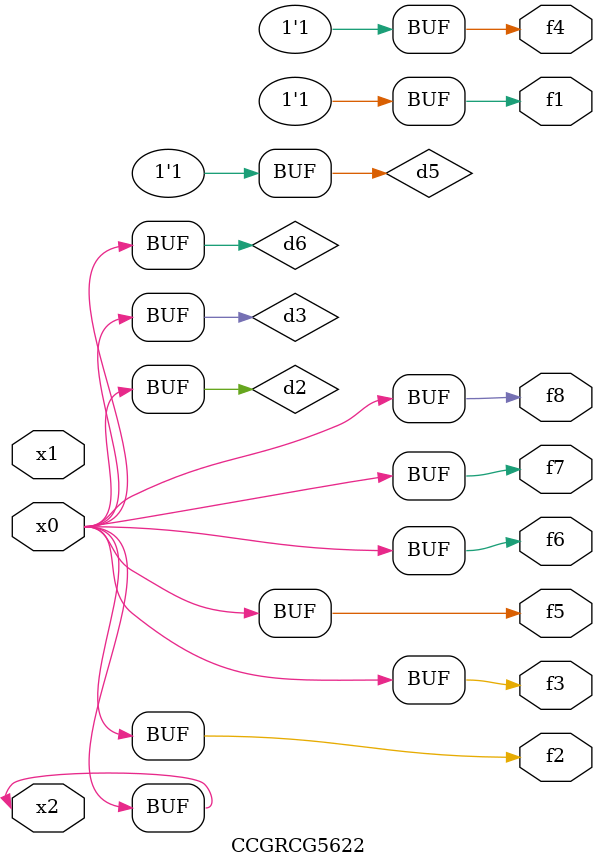
<source format=v>
module CCGRCG5622(
	input x0, x1, x2,
	output f1, f2, f3, f4, f5, f6, f7, f8
);

	wire d1, d2, d3, d4, d5, d6;

	xnor (d1, x2);
	buf (d2, x0, x2);
	and (d3, x0);
	xnor (d4, x1, x2);
	nand (d5, d1, d3);
	buf (d6, d2, d3);
	assign f1 = d5;
	assign f2 = d6;
	assign f3 = d6;
	assign f4 = d5;
	assign f5 = d6;
	assign f6 = d6;
	assign f7 = d6;
	assign f8 = d6;
endmodule

</source>
